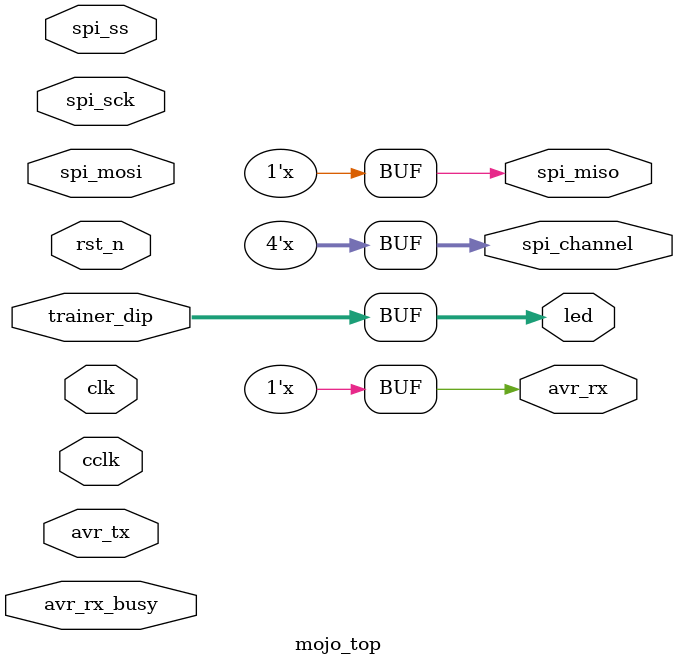
<source format=v>
module mojo_top(
    // 50MHz clock input
    input clk,
    // Input from reset button (active low)
    input rst_n,
    // cclk input from AVR, high when AVR is ready
    input cclk,
    // Outputs to the 8 onboard LEDs
    output[7:0]led,
    // AVR SPI connections
    output spi_miso,
    input spi_ss,
    input spi_mosi,
    input spi_sck,
    // AVR ADC channel select
    output [3:0] spi_channel,
    // Serial connections
    input avr_tx, // AVR Tx => FPGA Rx
    output avr_rx, // AVR Rx => FPGA Tx
    input avr_rx_busy, // AVR Rx buffer full
    // Brendan stuff
    input [7:0]trainer_dip
    );

wire rst = ~rst_n; // make reset active high

// these signals should be high-z when not used
assign spi_miso = 1'bz;
assign avr_rx = 1'bz;
assign spi_channel = 4'bzzzz;

// wire onboard LEDs to DIP switches on trainer board
assign led = trainer_dip;


endmodule
</source>
